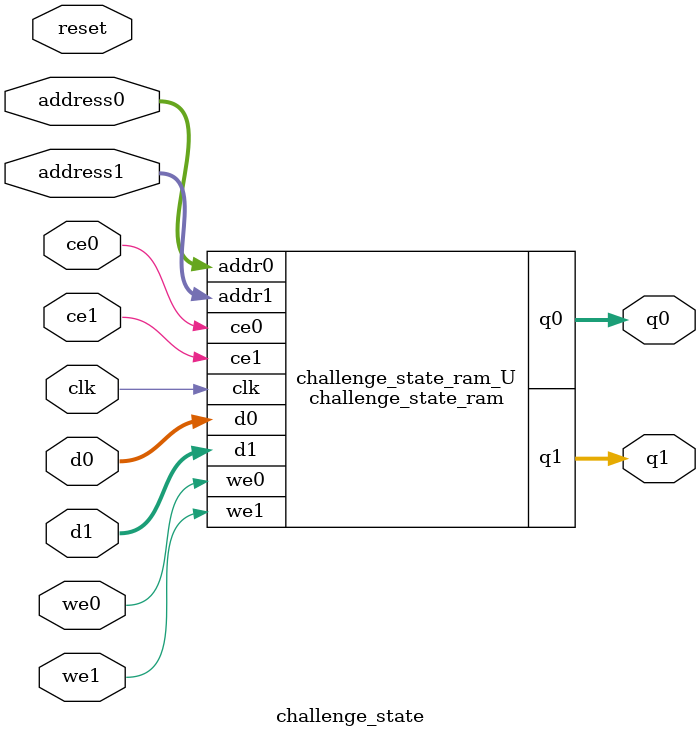
<source format=v>

`timescale 1 ns / 1 ps
module challenge_state_ram (addr0, ce0, d0, we0, q0, addr1, ce1, d1, we1, q1,  clk);

parameter DWIDTH = 64;
parameter AWIDTH = 5;
parameter MEM_SIZE = 25;

input[AWIDTH-1:0] addr0;
input ce0;
input[DWIDTH-1:0] d0;
input we0;
output reg[DWIDTH-1:0] q0;
input[AWIDTH-1:0] addr1;
input ce1;
input[DWIDTH-1:0] d1;
input we1;
output reg[DWIDTH-1:0] q1;
input clk;

(* ram_style = "block" *)reg [DWIDTH-1:0] ram[0:MEM_SIZE-1];




always @(posedge clk)  
begin 
    if (ce0) 
    begin
        if (we0) 
        begin 
            ram[addr0] <= d0; 
            q0 <= d0;
        end 
        else 
            q0 <= ram[addr0];
    end
end


always @(posedge clk)  
begin 
    if (ce1) 
    begin
        if (we1) 
        begin 
            ram[addr1] <= d1; 
            q1 <= d1;
        end 
        else 
            q1 <= ram[addr1];
    end
end


endmodule


`timescale 1 ns / 1 ps
module challenge_state(
    reset,
    clk,
    address0,
    ce0,
    we0,
    d0,
    q0,
    address1,
    ce1,
    we1,
    d1,
    q1);

parameter DataWidth = 32'd64;
parameter AddressRange = 32'd25;
parameter AddressWidth = 32'd5;
input reset;
input clk;
input[AddressWidth - 1:0] address0;
input ce0;
input we0;
input[DataWidth - 1:0] d0;
output[DataWidth - 1:0] q0;
input[AddressWidth - 1:0] address1;
input ce1;
input we1;
input[DataWidth - 1:0] d1;
output[DataWidth - 1:0] q1;



challenge_state_ram challenge_state_ram_U(
    .clk( clk ),
    .addr0( address0 ),
    .ce0( ce0 ),
    .we0( we0 ),
    .d0( d0 ),
    .q0( q0 ),
    .addr1( address1 ),
    .ce1( ce1 ),
    .we1( we1 ),
    .d1( d1 ),
    .q1( q1 ));

endmodule


</source>
